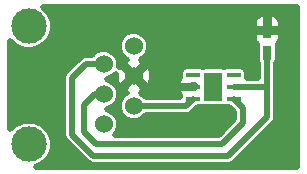
<source format=gbr>
G04 #@! TF.FileFunction,Copper,L2,Bot,Signal*
%FSLAX46Y46*%
G04 Gerber Fmt 4.6, Leading zero omitted, Abs format (unit mm)*
G04 Created by KiCad (PCBNEW 4.0.2+dfsg1-stable) date Čt 29. září 2016, 22:36:16 CEST*
%MOMM*%
G01*
G04 APERTURE LIST*
%ADD10C,0.100000*%
%ADD11C,1.524000*%
%ADD12C,2.999740*%
%ADD13R,1.200000X0.400000*%
%ADD14R,1.500000X2.400000*%
%ADD15R,0.750000X1.200000*%
%ADD16C,0.508000*%
G04 APERTURE END LIST*
D10*
D11*
X140081000Y-102997000D03*
X140081000Y-100457000D03*
X140081000Y-105537000D03*
X137541000Y-101981000D03*
X137541000Y-104521000D03*
X137541000Y-107061000D03*
D12*
X131191000Y-108759000D03*
X131191000Y-98759000D03*
D13*
X145112000Y-102870000D03*
X145112000Y-103886000D03*
X148512000Y-102886000D03*
X148512000Y-103886000D03*
X148512000Y-104886000D03*
X145112000Y-104886000D03*
D14*
X146812000Y-103886000D03*
D15*
X151384000Y-99126000D03*
X151384000Y-101026000D03*
D16*
X148512000Y-103886000D02*
X151384000Y-103886000D01*
X151384000Y-103886000D02*
X151130000Y-103886000D01*
X151130000Y-103886000D02*
X151384000Y-103886000D01*
X137541000Y-101981000D02*
X136017000Y-101981000D01*
X151384000Y-106426000D02*
X151384000Y-103886000D01*
X151384000Y-103886000D02*
X151384000Y-101026000D01*
X148082000Y-109728000D02*
X151384000Y-106426000D01*
X136652000Y-109728000D02*
X148082000Y-109728000D01*
X134874000Y-107950000D02*
X136652000Y-109728000D01*
X134874000Y-103124000D02*
X134874000Y-107950000D01*
X136017000Y-101981000D02*
X134874000Y-103124000D01*
X137541000Y-101981000D02*
X137033000Y-101981000D01*
X140081000Y-105537000D02*
X144461000Y-105537000D01*
X144461000Y-105537000D02*
X145112000Y-104886000D01*
X137541000Y-104521000D02*
X136779000Y-104521000D01*
X136779000Y-104521000D02*
X135890000Y-105410000D01*
X135890000Y-105410000D02*
X135890000Y-107696000D01*
X135890000Y-107696000D02*
X136906000Y-108712000D01*
X136906000Y-108712000D02*
X147574000Y-108712000D01*
X147574000Y-108712000D02*
X149352000Y-106934000D01*
X149352000Y-106934000D02*
X149352000Y-105726000D01*
X149352000Y-105726000D02*
X148512000Y-104886000D01*
G36*
X153849000Y-110669000D02*
X131826341Y-110669000D01*
X132326881Y-110462181D01*
X132892196Y-109897852D01*
X133198520Y-109160142D01*
X133199217Y-108361362D01*
X132894181Y-107623119D01*
X132329852Y-107057804D01*
X131592142Y-106751480D01*
X130793362Y-106750783D01*
X130055119Y-107055819D01*
X129615000Y-107495170D01*
X129615000Y-103124000D01*
X134112000Y-103124000D01*
X134112000Y-107950000D01*
X134170004Y-108241605D01*
X134275838Y-108399996D01*
X134335185Y-108488815D01*
X136113185Y-110266816D01*
X136261377Y-110365834D01*
X136360395Y-110431996D01*
X136652000Y-110490000D01*
X148082000Y-110490000D01*
X148373605Y-110431996D01*
X148620815Y-110266815D01*
X151922815Y-106964815D01*
X152087996Y-106717605D01*
X152108798Y-106613026D01*
X152146000Y-106426000D01*
X152146000Y-101959444D01*
X152236145Y-101827512D01*
X152276952Y-101626000D01*
X152276952Y-100426000D01*
X152254730Y-100307900D01*
X152404992Y-100157638D01*
X152521000Y-99877571D01*
X152521000Y-99443500D01*
X152330500Y-99253000D01*
X151511000Y-99253000D01*
X151511000Y-99273000D01*
X151257000Y-99273000D01*
X151257000Y-99253000D01*
X150437500Y-99253000D01*
X150247000Y-99443500D01*
X150247000Y-99877571D01*
X150363008Y-100157638D01*
X150514679Y-100309309D01*
X150491048Y-100426000D01*
X150491048Y-101626000D01*
X150526470Y-101814253D01*
X150622000Y-101962711D01*
X150622000Y-103124000D01*
X149622257Y-103124000D01*
X149629952Y-103086000D01*
X149629952Y-102686000D01*
X149594530Y-102497747D01*
X149483272Y-102324847D01*
X149313512Y-102208855D01*
X149112000Y-102168048D01*
X147912000Y-102168048D01*
X147730575Y-102202185D01*
X147562000Y-102168048D01*
X146062000Y-102168048D01*
X145917107Y-102195311D01*
X145913512Y-102192855D01*
X145712000Y-102152048D01*
X144512000Y-102152048D01*
X144323747Y-102187470D01*
X144150847Y-102298728D01*
X144034855Y-102468488D01*
X143994048Y-102670000D01*
X143994048Y-103070000D01*
X144002967Y-103117403D01*
X143866008Y-103254362D01*
X143750000Y-103534429D01*
X143750000Y-103595500D01*
X143940500Y-103786000D01*
X144985000Y-103786000D01*
X144985000Y-103739000D01*
X145239000Y-103739000D01*
X145239000Y-103786000D01*
X145259000Y-103786000D01*
X145259000Y-103986000D01*
X145239000Y-103986000D01*
X145239000Y-104033000D01*
X144985000Y-104033000D01*
X144985000Y-103986000D01*
X143940500Y-103986000D01*
X143750000Y-104176500D01*
X143750000Y-104237571D01*
X143866008Y-104517638D01*
X144000838Y-104652468D01*
X143994048Y-104686000D01*
X143994048Y-104775000D01*
X141114816Y-104775000D01*
X140801337Y-104460974D01*
X140680392Y-104410753D01*
X140888533Y-104324539D01*
X140951045Y-104046650D01*
X140081000Y-103176605D01*
X139210955Y-104046650D01*
X139273467Y-104324539D01*
X139494417Y-104405229D01*
X139362542Y-104459718D01*
X139004974Y-104816663D01*
X138811221Y-105283273D01*
X138810780Y-105788510D01*
X139003718Y-106255458D01*
X139360663Y-106613026D01*
X139827273Y-106806779D01*
X140332510Y-106807220D01*
X140799458Y-106614282D01*
X141115290Y-106299000D01*
X144461000Y-106299000D01*
X144752605Y-106240996D01*
X144999815Y-106075815D01*
X145471678Y-105603952D01*
X145712000Y-105603952D01*
X145893425Y-105569815D01*
X146062000Y-105603952D01*
X147562000Y-105603952D01*
X147743425Y-105569815D01*
X147912000Y-105603952D01*
X148152322Y-105603952D01*
X148590000Y-106041631D01*
X148590000Y-106618369D01*
X147258370Y-107950000D01*
X138448069Y-107950000D01*
X138617026Y-107781337D01*
X138810779Y-107314727D01*
X138811220Y-106809490D01*
X138618282Y-106342542D01*
X138261337Y-105984974D01*
X137794727Y-105791221D01*
X137792512Y-105791219D01*
X138259458Y-105598282D01*
X138617026Y-105241337D01*
X138810779Y-104774727D01*
X138811220Y-104269490D01*
X138618282Y-103802542D01*
X138261337Y-103444974D01*
X137794727Y-103251221D01*
X137792512Y-103251219D01*
X138259458Y-103058282D01*
X138546047Y-102772192D01*
X138571277Y-103364700D01*
X138753461Y-103804533D01*
X139031350Y-103867045D01*
X139901395Y-102997000D01*
X140260605Y-102997000D01*
X141130650Y-103867045D01*
X141408539Y-103804533D01*
X141616516Y-103235035D01*
X141590723Y-102629300D01*
X141408539Y-102189467D01*
X141130650Y-102126955D01*
X140260605Y-102997000D01*
X139901395Y-102997000D01*
X139031350Y-102126955D01*
X138810830Y-102176562D01*
X138811220Y-101729490D01*
X138618282Y-101262542D01*
X138261337Y-100904974D01*
X137794727Y-100711221D01*
X137289490Y-100710780D01*
X136822542Y-100903718D01*
X136506710Y-101219000D01*
X136017000Y-101219000D01*
X135725395Y-101277004D01*
X135478185Y-101442185D01*
X134335185Y-102585185D01*
X134170004Y-102832395D01*
X134112000Y-103124000D01*
X129615000Y-103124000D01*
X129615000Y-100022284D01*
X130052148Y-100460196D01*
X130789858Y-100766520D01*
X131588638Y-100767217D01*
X131730719Y-100708510D01*
X138810780Y-100708510D01*
X139003718Y-101175458D01*
X139360663Y-101533026D01*
X139481608Y-101583247D01*
X139273467Y-101669461D01*
X139210955Y-101947350D01*
X140081000Y-102817395D01*
X140951045Y-101947350D01*
X140888533Y-101669461D01*
X140667583Y-101588771D01*
X140799458Y-101534282D01*
X141157026Y-101177337D01*
X141350779Y-100710727D01*
X141351220Y-100205490D01*
X141158282Y-99738542D01*
X140801337Y-99380974D01*
X140334727Y-99187221D01*
X139829490Y-99186780D01*
X139362542Y-99379718D01*
X139004974Y-99736663D01*
X138811221Y-100203273D01*
X138810780Y-100708510D01*
X131730719Y-100708510D01*
X132326881Y-100462181D01*
X132892196Y-99897852D01*
X133198520Y-99160142D01*
X133199205Y-98374429D01*
X150247000Y-98374429D01*
X150247000Y-98808500D01*
X150437500Y-98999000D01*
X151257000Y-98999000D01*
X151257000Y-97954500D01*
X151511000Y-97954500D01*
X151511000Y-98999000D01*
X152330500Y-98999000D01*
X152521000Y-98808500D01*
X152521000Y-98374429D01*
X152404992Y-98094362D01*
X152190638Y-97880008D01*
X151910571Y-97764000D01*
X151701500Y-97764000D01*
X151511000Y-97954500D01*
X151257000Y-97954500D01*
X151066500Y-97764000D01*
X150857429Y-97764000D01*
X150577362Y-97880008D01*
X150363008Y-98094362D01*
X150247000Y-98374429D01*
X133199205Y-98374429D01*
X133199217Y-98361362D01*
X132894181Y-97623119D01*
X132374969Y-97103000D01*
X153849000Y-97103000D01*
X153849000Y-110669000D01*
X153849000Y-110669000D01*
G37*
X153849000Y-110669000D02*
X131826341Y-110669000D01*
X132326881Y-110462181D01*
X132892196Y-109897852D01*
X133198520Y-109160142D01*
X133199217Y-108361362D01*
X132894181Y-107623119D01*
X132329852Y-107057804D01*
X131592142Y-106751480D01*
X130793362Y-106750783D01*
X130055119Y-107055819D01*
X129615000Y-107495170D01*
X129615000Y-103124000D01*
X134112000Y-103124000D01*
X134112000Y-107950000D01*
X134170004Y-108241605D01*
X134275838Y-108399996D01*
X134335185Y-108488815D01*
X136113185Y-110266816D01*
X136261377Y-110365834D01*
X136360395Y-110431996D01*
X136652000Y-110490000D01*
X148082000Y-110490000D01*
X148373605Y-110431996D01*
X148620815Y-110266815D01*
X151922815Y-106964815D01*
X152087996Y-106717605D01*
X152108798Y-106613026D01*
X152146000Y-106426000D01*
X152146000Y-101959444D01*
X152236145Y-101827512D01*
X152276952Y-101626000D01*
X152276952Y-100426000D01*
X152254730Y-100307900D01*
X152404992Y-100157638D01*
X152521000Y-99877571D01*
X152521000Y-99443500D01*
X152330500Y-99253000D01*
X151511000Y-99253000D01*
X151511000Y-99273000D01*
X151257000Y-99273000D01*
X151257000Y-99253000D01*
X150437500Y-99253000D01*
X150247000Y-99443500D01*
X150247000Y-99877571D01*
X150363008Y-100157638D01*
X150514679Y-100309309D01*
X150491048Y-100426000D01*
X150491048Y-101626000D01*
X150526470Y-101814253D01*
X150622000Y-101962711D01*
X150622000Y-103124000D01*
X149622257Y-103124000D01*
X149629952Y-103086000D01*
X149629952Y-102686000D01*
X149594530Y-102497747D01*
X149483272Y-102324847D01*
X149313512Y-102208855D01*
X149112000Y-102168048D01*
X147912000Y-102168048D01*
X147730575Y-102202185D01*
X147562000Y-102168048D01*
X146062000Y-102168048D01*
X145917107Y-102195311D01*
X145913512Y-102192855D01*
X145712000Y-102152048D01*
X144512000Y-102152048D01*
X144323747Y-102187470D01*
X144150847Y-102298728D01*
X144034855Y-102468488D01*
X143994048Y-102670000D01*
X143994048Y-103070000D01*
X144002967Y-103117403D01*
X143866008Y-103254362D01*
X143750000Y-103534429D01*
X143750000Y-103595500D01*
X143940500Y-103786000D01*
X144985000Y-103786000D01*
X144985000Y-103739000D01*
X145239000Y-103739000D01*
X145239000Y-103786000D01*
X145259000Y-103786000D01*
X145259000Y-103986000D01*
X145239000Y-103986000D01*
X145239000Y-104033000D01*
X144985000Y-104033000D01*
X144985000Y-103986000D01*
X143940500Y-103986000D01*
X143750000Y-104176500D01*
X143750000Y-104237571D01*
X143866008Y-104517638D01*
X144000838Y-104652468D01*
X143994048Y-104686000D01*
X143994048Y-104775000D01*
X141114816Y-104775000D01*
X140801337Y-104460974D01*
X140680392Y-104410753D01*
X140888533Y-104324539D01*
X140951045Y-104046650D01*
X140081000Y-103176605D01*
X139210955Y-104046650D01*
X139273467Y-104324539D01*
X139494417Y-104405229D01*
X139362542Y-104459718D01*
X139004974Y-104816663D01*
X138811221Y-105283273D01*
X138810780Y-105788510D01*
X139003718Y-106255458D01*
X139360663Y-106613026D01*
X139827273Y-106806779D01*
X140332510Y-106807220D01*
X140799458Y-106614282D01*
X141115290Y-106299000D01*
X144461000Y-106299000D01*
X144752605Y-106240996D01*
X144999815Y-106075815D01*
X145471678Y-105603952D01*
X145712000Y-105603952D01*
X145893425Y-105569815D01*
X146062000Y-105603952D01*
X147562000Y-105603952D01*
X147743425Y-105569815D01*
X147912000Y-105603952D01*
X148152322Y-105603952D01*
X148590000Y-106041631D01*
X148590000Y-106618369D01*
X147258370Y-107950000D01*
X138448069Y-107950000D01*
X138617026Y-107781337D01*
X138810779Y-107314727D01*
X138811220Y-106809490D01*
X138618282Y-106342542D01*
X138261337Y-105984974D01*
X137794727Y-105791221D01*
X137792512Y-105791219D01*
X138259458Y-105598282D01*
X138617026Y-105241337D01*
X138810779Y-104774727D01*
X138811220Y-104269490D01*
X138618282Y-103802542D01*
X138261337Y-103444974D01*
X137794727Y-103251221D01*
X137792512Y-103251219D01*
X138259458Y-103058282D01*
X138546047Y-102772192D01*
X138571277Y-103364700D01*
X138753461Y-103804533D01*
X139031350Y-103867045D01*
X139901395Y-102997000D01*
X140260605Y-102997000D01*
X141130650Y-103867045D01*
X141408539Y-103804533D01*
X141616516Y-103235035D01*
X141590723Y-102629300D01*
X141408539Y-102189467D01*
X141130650Y-102126955D01*
X140260605Y-102997000D01*
X139901395Y-102997000D01*
X139031350Y-102126955D01*
X138810830Y-102176562D01*
X138811220Y-101729490D01*
X138618282Y-101262542D01*
X138261337Y-100904974D01*
X137794727Y-100711221D01*
X137289490Y-100710780D01*
X136822542Y-100903718D01*
X136506710Y-101219000D01*
X136017000Y-101219000D01*
X135725395Y-101277004D01*
X135478185Y-101442185D01*
X134335185Y-102585185D01*
X134170004Y-102832395D01*
X134112000Y-103124000D01*
X129615000Y-103124000D01*
X129615000Y-100022284D01*
X130052148Y-100460196D01*
X130789858Y-100766520D01*
X131588638Y-100767217D01*
X131730719Y-100708510D01*
X138810780Y-100708510D01*
X139003718Y-101175458D01*
X139360663Y-101533026D01*
X139481608Y-101583247D01*
X139273467Y-101669461D01*
X139210955Y-101947350D01*
X140081000Y-102817395D01*
X140951045Y-101947350D01*
X140888533Y-101669461D01*
X140667583Y-101588771D01*
X140799458Y-101534282D01*
X141157026Y-101177337D01*
X141350779Y-100710727D01*
X141351220Y-100205490D01*
X141158282Y-99738542D01*
X140801337Y-99380974D01*
X140334727Y-99187221D01*
X139829490Y-99186780D01*
X139362542Y-99379718D01*
X139004974Y-99736663D01*
X138811221Y-100203273D01*
X138810780Y-100708510D01*
X131730719Y-100708510D01*
X132326881Y-100462181D01*
X132892196Y-99897852D01*
X133198520Y-99160142D01*
X133199205Y-98374429D01*
X150247000Y-98374429D01*
X150247000Y-98808500D01*
X150437500Y-98999000D01*
X151257000Y-98999000D01*
X151257000Y-97954500D01*
X151511000Y-97954500D01*
X151511000Y-98999000D01*
X152330500Y-98999000D01*
X152521000Y-98808500D01*
X152521000Y-98374429D01*
X152404992Y-98094362D01*
X152190638Y-97880008D01*
X151910571Y-97764000D01*
X151701500Y-97764000D01*
X151511000Y-97954500D01*
X151257000Y-97954500D01*
X151066500Y-97764000D01*
X150857429Y-97764000D01*
X150577362Y-97880008D01*
X150363008Y-98094362D01*
X150247000Y-98374429D01*
X133199205Y-98374429D01*
X133199217Y-98361362D01*
X132894181Y-97623119D01*
X132374969Y-97103000D01*
X153849000Y-97103000D01*
X153849000Y-110669000D01*
M02*

</source>
